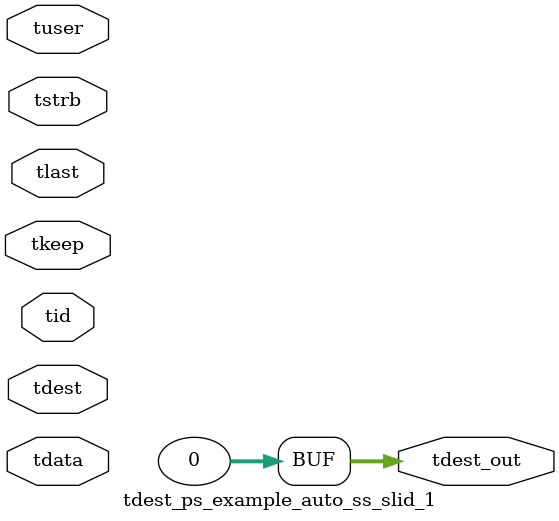
<source format=v>


`timescale 1ps/1ps

module tdest_ps_example_auto_ss_slid_1 #
(
parameter C_S_AXIS_TDATA_WIDTH = 32,
parameter C_S_AXIS_TUSER_WIDTH = 0,
parameter C_S_AXIS_TID_WIDTH   = 0,
parameter C_S_AXIS_TDEST_WIDTH = 0,
parameter C_M_AXIS_TDEST_WIDTH = 32
)
(
input  [(C_S_AXIS_TDATA_WIDTH == 0 ? 1 : C_S_AXIS_TDATA_WIDTH)-1:0     ] tdata,
input  [(C_S_AXIS_TUSER_WIDTH == 0 ? 1 : C_S_AXIS_TUSER_WIDTH)-1:0     ] tuser,
input  [(C_S_AXIS_TID_WIDTH   == 0 ? 1 : C_S_AXIS_TID_WIDTH)-1:0       ] tid,
input  [(C_S_AXIS_TDEST_WIDTH == 0 ? 1 : C_S_AXIS_TDEST_WIDTH)-1:0     ] tdest,
input  [(C_S_AXIS_TDATA_WIDTH/8)-1:0 ] tkeep,
input  [(C_S_AXIS_TDATA_WIDTH/8)-1:0 ] tstrb,
input                                                                    tlast,
output [C_M_AXIS_TDEST_WIDTH-1:0] tdest_out
);

assign tdest_out = {1'b0};

endmodule


</source>
